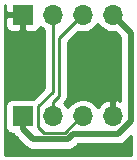
<source format=gbr>
%TF.GenerationSoftware,KiCad,Pcbnew,5.1.9-73d0e3b20d~88~ubuntu20.04.1*%
%TF.CreationDate,2021-04-02T21:02:10-07:00*%
%TF.ProjectId,sonar_adapter,736f6e61-725f-4616-9461-707465722e6b,rev?*%
%TF.SameCoordinates,Original*%
%TF.FileFunction,Copper,L1,Top*%
%TF.FilePolarity,Positive*%
%FSLAX46Y46*%
G04 Gerber Fmt 4.6, Leading zero omitted, Abs format (unit mm)*
G04 Created by KiCad (PCBNEW 5.1.9-73d0e3b20d~88~ubuntu20.04.1) date 2021-04-02 21:02:10*
%MOMM*%
%LPD*%
G01*
G04 APERTURE LIST*
%TA.AperFunction,ComponentPad*%
%ADD10O,1.700000X1.700000*%
%TD*%
%TA.AperFunction,ComponentPad*%
%ADD11R,1.700000X1.700000*%
%TD*%
%TA.AperFunction,Conductor*%
%ADD12C,0.500000*%
%TD*%
%TA.AperFunction,Conductor*%
%ADD13C,0.250000*%
%TD*%
%TA.AperFunction,Conductor*%
%ADD14C,0.254000*%
%TD*%
%TA.AperFunction,Conductor*%
%ADD15C,0.100000*%
%TD*%
G04 APERTURE END LIST*
D10*
%TO.P,CN2,4*%
%TO.N,/GND*%
X103810000Y-103100000D03*
%TO.P,CN2,3*%
%TO.N,/ECHO*%
X101270000Y-103100000D03*
%TO.P,CN2,2*%
%TO.N,/TRIG*%
X98730000Y-103100000D03*
D11*
%TO.P,CN2,1*%
%TO.N,/VCC*%
X96190000Y-103100000D03*
%TD*%
D10*
%TO.P,CN1,4*%
%TO.N,/VCC*%
X103810000Y-94500000D03*
%TO.P,CN1,3*%
%TO.N,/TRIG*%
X101270000Y-94500000D03*
%TO.P,CN1,2*%
%TO.N,/ECHO*%
X98730000Y-94500000D03*
D11*
%TO.P,CN1,1*%
%TO.N,/GND*%
X96190000Y-94500000D03*
%TD*%
D12*
%TO.N,/VCC*%
X96190000Y-104191000D02*
X96190000Y-103100000D01*
X97053400Y-105054400D02*
X96190000Y-104191000D01*
X99999800Y-105054400D02*
X97053400Y-105054400D01*
X100472099Y-104582101D02*
X99999800Y-105054400D01*
X104251901Y-104582101D02*
X100472099Y-104582101D01*
X105308400Y-103525602D02*
X104251901Y-104582101D01*
X105308400Y-96012000D02*
X105308400Y-103525602D01*
X103810000Y-94513600D02*
X105308400Y-96012000D01*
X103810000Y-94500000D02*
X103810000Y-94513600D01*
D13*
%TO.N,/TRIG*%
X101207000Y-94500000D02*
X101270000Y-94500000D01*
X99237800Y-96469200D02*
X101207000Y-94500000D01*
X99237800Y-101346000D02*
X99237800Y-96469200D01*
X98730000Y-101853800D02*
X99237800Y-101346000D01*
X98730000Y-103100000D02*
X98730000Y-101853800D01*
%TO.N,/ECHO*%
X99761623Y-104479389D02*
X101141012Y-103100000D01*
X97951589Y-104479389D02*
X99761623Y-104479389D01*
X97510600Y-102260400D02*
X97510600Y-104038400D01*
X101141012Y-103100000D02*
X101270000Y-103100000D01*
X98730000Y-101041000D02*
X97510600Y-102260400D01*
X97510600Y-104038400D02*
X97951589Y-104479389D01*
X98730000Y-94500000D02*
X98730000Y-101041000D01*
%TD*%
D14*
%TO.N,/GND*%
X94705000Y-94214250D02*
X94863750Y-94373000D01*
X96063000Y-94373000D01*
X96063000Y-94353000D01*
X96317000Y-94353000D01*
X96317000Y-94373000D01*
X96337000Y-94373000D01*
X96337000Y-94627000D01*
X96317000Y-94627000D01*
X96317000Y-95826250D01*
X96475750Y-95985000D01*
X97040000Y-95988072D01*
X97164482Y-95975812D01*
X97284180Y-95939502D01*
X97394494Y-95880537D01*
X97491185Y-95801185D01*
X97570537Y-95704494D01*
X97629502Y-95594180D01*
X97651513Y-95521620D01*
X97783368Y-95653475D01*
X97970000Y-95778179D01*
X97970001Y-100726197D01*
X97080302Y-101615897D01*
X97040000Y-101611928D01*
X95340000Y-101611928D01*
X95215518Y-101624188D01*
X95095820Y-101660498D01*
X94985506Y-101719463D01*
X94888815Y-101798815D01*
X94809463Y-101895506D01*
X94750498Y-102005820D01*
X94714188Y-102125518D01*
X94701928Y-102250000D01*
X94701928Y-103950000D01*
X94714188Y-104074482D01*
X94750498Y-104194180D01*
X94809463Y-104304494D01*
X94888815Y-104401185D01*
X94985506Y-104480537D01*
X95095820Y-104539502D01*
X95215518Y-104575812D01*
X95340000Y-104588072D01*
X95398750Y-104588072D01*
X95450589Y-104685058D01*
X95561183Y-104819817D01*
X95594956Y-104847534D01*
X96396870Y-105649449D01*
X96424583Y-105683217D01*
X96458351Y-105710930D01*
X96458353Y-105710932D01*
X96529852Y-105769610D01*
X96559341Y-105793811D01*
X96713087Y-105875989D01*
X96829303Y-105911243D01*
X96879909Y-105926595D01*
X96894706Y-105928052D01*
X97009923Y-105939400D01*
X97009931Y-105939400D01*
X97053400Y-105943681D01*
X97096869Y-105939400D01*
X99956331Y-105939400D01*
X99999800Y-105943681D01*
X100043269Y-105939400D01*
X100043277Y-105939400D01*
X100173290Y-105926595D01*
X100340113Y-105875989D01*
X100493859Y-105793811D01*
X100628617Y-105683217D01*
X100656334Y-105649444D01*
X100838677Y-105467101D01*
X104208432Y-105467101D01*
X104251901Y-105471382D01*
X104295370Y-105467101D01*
X104295378Y-105467101D01*
X104425391Y-105454296D01*
X104592214Y-105403690D01*
X104745960Y-105321512D01*
X104880718Y-105210918D01*
X104908435Y-105177145D01*
X105340000Y-104745580D01*
X105340000Y-106340000D01*
X94660000Y-106340000D01*
X94660000Y-95350000D01*
X94701928Y-95350000D01*
X94714188Y-95474482D01*
X94750498Y-95594180D01*
X94809463Y-95704494D01*
X94888815Y-95801185D01*
X94985506Y-95880537D01*
X95095820Y-95939502D01*
X95215518Y-95975812D01*
X95340000Y-95988072D01*
X95904250Y-95985000D01*
X96063000Y-95826250D01*
X96063000Y-94627000D01*
X94863750Y-94627000D01*
X94705000Y-94785750D01*
X94701928Y-95350000D01*
X94660000Y-95350000D01*
X94660000Y-93660000D01*
X94701982Y-93660000D01*
X94705000Y-94214250D01*
%TA.AperFunction,Conductor*%
D15*
G36*
X94705000Y-94214250D02*
G01*
X94863750Y-94373000D01*
X96063000Y-94373000D01*
X96063000Y-94353000D01*
X96317000Y-94353000D01*
X96317000Y-94373000D01*
X96337000Y-94373000D01*
X96337000Y-94627000D01*
X96317000Y-94627000D01*
X96317000Y-95826250D01*
X96475750Y-95985000D01*
X97040000Y-95988072D01*
X97164482Y-95975812D01*
X97284180Y-95939502D01*
X97394494Y-95880537D01*
X97491185Y-95801185D01*
X97570537Y-95704494D01*
X97629502Y-95594180D01*
X97651513Y-95521620D01*
X97783368Y-95653475D01*
X97970000Y-95778179D01*
X97970001Y-100726197D01*
X97080302Y-101615897D01*
X97040000Y-101611928D01*
X95340000Y-101611928D01*
X95215518Y-101624188D01*
X95095820Y-101660498D01*
X94985506Y-101719463D01*
X94888815Y-101798815D01*
X94809463Y-101895506D01*
X94750498Y-102005820D01*
X94714188Y-102125518D01*
X94701928Y-102250000D01*
X94701928Y-103950000D01*
X94714188Y-104074482D01*
X94750498Y-104194180D01*
X94809463Y-104304494D01*
X94888815Y-104401185D01*
X94985506Y-104480537D01*
X95095820Y-104539502D01*
X95215518Y-104575812D01*
X95340000Y-104588072D01*
X95398750Y-104588072D01*
X95450589Y-104685058D01*
X95561183Y-104819817D01*
X95594956Y-104847534D01*
X96396870Y-105649449D01*
X96424583Y-105683217D01*
X96458351Y-105710930D01*
X96458353Y-105710932D01*
X96529852Y-105769610D01*
X96559341Y-105793811D01*
X96713087Y-105875989D01*
X96829303Y-105911243D01*
X96879909Y-105926595D01*
X96894706Y-105928052D01*
X97009923Y-105939400D01*
X97009931Y-105939400D01*
X97053400Y-105943681D01*
X97096869Y-105939400D01*
X99956331Y-105939400D01*
X99999800Y-105943681D01*
X100043269Y-105939400D01*
X100043277Y-105939400D01*
X100173290Y-105926595D01*
X100340113Y-105875989D01*
X100493859Y-105793811D01*
X100628617Y-105683217D01*
X100656334Y-105649444D01*
X100838677Y-105467101D01*
X104208432Y-105467101D01*
X104251901Y-105471382D01*
X104295370Y-105467101D01*
X104295378Y-105467101D01*
X104425391Y-105454296D01*
X104592214Y-105403690D01*
X104745960Y-105321512D01*
X104880718Y-105210918D01*
X104908435Y-105177145D01*
X105340000Y-104745580D01*
X105340000Y-106340000D01*
X94660000Y-106340000D01*
X94660000Y-95350000D01*
X94701928Y-95350000D01*
X94714188Y-95474482D01*
X94750498Y-95594180D01*
X94809463Y-95704494D01*
X94888815Y-95801185D01*
X94985506Y-95880537D01*
X95095820Y-95939502D01*
X95215518Y-95975812D01*
X95340000Y-95988072D01*
X95904250Y-95985000D01*
X96063000Y-95826250D01*
X96063000Y-94627000D01*
X94863750Y-94627000D01*
X94705000Y-94785750D01*
X94701928Y-95350000D01*
X94660000Y-95350000D01*
X94660000Y-93660000D01*
X94701982Y-93660000D01*
X94705000Y-94214250D01*
G37*
%TD.AperFunction*%
D14*
X102656525Y-95446632D02*
X102863368Y-95653475D01*
X103106589Y-95815990D01*
X103376842Y-95927932D01*
X103663740Y-95985000D01*
X103956260Y-95985000D01*
X104017617Y-95972795D01*
X104423400Y-96378579D01*
X104423401Y-101755236D01*
X104314099Y-101703175D01*
X104166890Y-101658524D01*
X103937000Y-101779845D01*
X103937000Y-102973000D01*
X103957000Y-102973000D01*
X103957000Y-103227000D01*
X103937000Y-103227000D01*
X103937000Y-103247000D01*
X103683000Y-103247000D01*
X103683000Y-103227000D01*
X103663000Y-103227000D01*
X103663000Y-102973000D01*
X103683000Y-102973000D01*
X103683000Y-101779845D01*
X103453110Y-101658524D01*
X103305901Y-101703175D01*
X103043080Y-101828359D01*
X102809731Y-102002412D01*
X102614822Y-102218645D01*
X102545195Y-102335534D01*
X102423475Y-102153368D01*
X102216632Y-101946525D01*
X101973411Y-101784010D01*
X101703158Y-101672068D01*
X101416260Y-101615000D01*
X101123740Y-101615000D01*
X100836842Y-101672068D01*
X100566589Y-101784010D01*
X100323368Y-101946525D01*
X100116525Y-102153368D01*
X100000000Y-102327760D01*
X99883475Y-102153368D01*
X99694354Y-101964247D01*
X99748798Y-101909803D01*
X99777801Y-101886001D01*
X99872774Y-101770276D01*
X99943346Y-101638247D01*
X99986803Y-101494986D01*
X99997800Y-101383333D01*
X99997800Y-101383325D01*
X100001476Y-101346000D01*
X99997800Y-101308675D01*
X99997800Y-96784001D01*
X100851044Y-95930757D01*
X101123740Y-95985000D01*
X101416260Y-95985000D01*
X101703158Y-95927932D01*
X101973411Y-95815990D01*
X102216632Y-95653475D01*
X102423475Y-95446632D01*
X102540000Y-95272240D01*
X102656525Y-95446632D01*
%TA.AperFunction,Conductor*%
D15*
G36*
X102656525Y-95446632D02*
G01*
X102863368Y-95653475D01*
X103106589Y-95815990D01*
X103376842Y-95927932D01*
X103663740Y-95985000D01*
X103956260Y-95985000D01*
X104017617Y-95972795D01*
X104423400Y-96378579D01*
X104423401Y-101755236D01*
X104314099Y-101703175D01*
X104166890Y-101658524D01*
X103937000Y-101779845D01*
X103937000Y-102973000D01*
X103957000Y-102973000D01*
X103957000Y-103227000D01*
X103937000Y-103227000D01*
X103937000Y-103247000D01*
X103683000Y-103247000D01*
X103683000Y-103227000D01*
X103663000Y-103227000D01*
X103663000Y-102973000D01*
X103683000Y-102973000D01*
X103683000Y-101779845D01*
X103453110Y-101658524D01*
X103305901Y-101703175D01*
X103043080Y-101828359D01*
X102809731Y-102002412D01*
X102614822Y-102218645D01*
X102545195Y-102335534D01*
X102423475Y-102153368D01*
X102216632Y-101946525D01*
X101973411Y-101784010D01*
X101703158Y-101672068D01*
X101416260Y-101615000D01*
X101123740Y-101615000D01*
X100836842Y-101672068D01*
X100566589Y-101784010D01*
X100323368Y-101946525D01*
X100116525Y-102153368D01*
X100000000Y-102327760D01*
X99883475Y-102153368D01*
X99694354Y-101964247D01*
X99748798Y-101909803D01*
X99777801Y-101886001D01*
X99872774Y-101770276D01*
X99943346Y-101638247D01*
X99986803Y-101494986D01*
X99997800Y-101383333D01*
X99997800Y-101383325D01*
X100001476Y-101346000D01*
X99997800Y-101308675D01*
X99997800Y-96784001D01*
X100851044Y-95930757D01*
X101123740Y-95985000D01*
X101416260Y-95985000D01*
X101703158Y-95927932D01*
X101973411Y-95815990D01*
X102216632Y-95653475D01*
X102423475Y-95446632D01*
X102540000Y-95272240D01*
X102656525Y-95446632D01*
G37*
%TD.AperFunction*%
%TD*%
M02*

</source>
